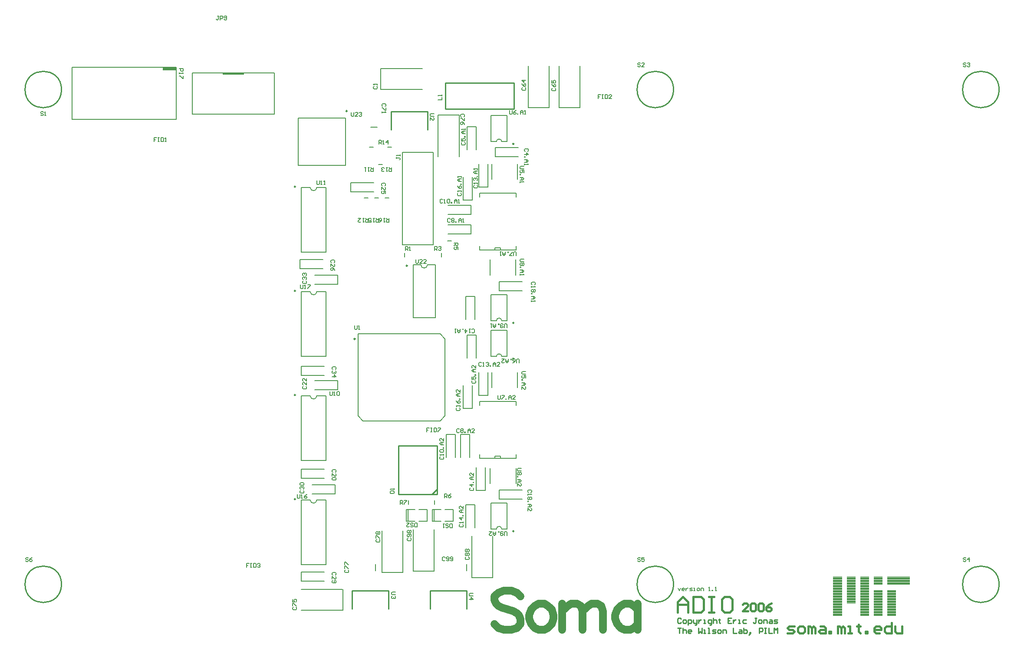
<source format=gto>
%FSLAX24Y24*%
%MOIN*%
G70*
G01*
G75*
G04 Layer_Color=65535*
%ADD10R,0.0787X0.0472*%
%ADD11R,0.1240X0.1360*%
%ADD12R,0.0945X0.1024*%
%ADD13R,0.1000X0.1400*%
%ADD14R,0.0300X0.0600*%
%ADD15R,0.0492X0.0165*%
%ADD16C,0.0177*%
%ADD17R,0.0433X0.0394*%
%ADD18R,0.0650X0.0118*%
%ADD19R,0.0472X0.0787*%
%ADD20R,0.0512X0.0630*%
%ADD21R,0.0630X0.0709*%
%ADD22R,0.0787X0.0551*%
%ADD23R,0.0748X0.0197*%
%ADD24R,0.0197X0.0748*%
%ADD25R,0.0709X0.0630*%
%ADD26R,0.0394X0.0433*%
%ADD27R,0.0945X0.0354*%
%ADD28R,0.0669X0.0177*%
%ADD29R,0.0669X0.0177*%
%ADD30R,0.0098X0.0256*%
%ADD31R,0.0472X0.0472*%
%ADD32R,0.1024X0.0945*%
%ADD33C,0.0400*%
%ADD34R,0.0500X0.1449*%
%ADD35R,0.0394X0.1083*%
%ADD36C,0.0080*%
%ADD37C,0.0100*%
%ADD38C,0.0200*%
%ADD39C,0.0060*%
%ADD40C,0.0120*%
%ADD41C,0.0150*%
%ADD42C,0.0110*%
%ADD43C,0.0160*%
%ADD44C,0.0700*%
%ADD45C,0.0669*%
%ADD46C,0.0591*%
%ADD47R,0.0591X0.0591*%
%ADD48C,0.1600*%
%ADD49C,0.0433*%
%ADD50C,0.0200*%
%ADD51R,0.0276X0.0354*%
%ADD52R,0.0354X0.0276*%
%ADD53C,0.0098*%
%ADD54C,0.0079*%
%ADD55C,0.0040*%
%ADD56C,0.0070*%
%ADD57C,0.0600*%
%ADD58C,0.0025*%
D36*
X60419Y62104D02*
X60850D01*
Y61400D02*
Y62100D01*
X60845Y61395D02*
X60850Y61400D01*
X63000Y57046D02*
X63431D01*
X63000Y57050D02*
Y57750D01*
X63005Y57755D01*
X65244Y71106D02*
Y74296D01*
X66850Y71109D02*
Y74300D01*
X65244Y71106D02*
X66850Y71100D01*
X67594Y71106D02*
Y74296D01*
X69200Y71109D02*
Y74300D01*
X67594Y71106D02*
X69200Y71100D01*
X58946Y45569D02*
Y46000D01*
X58950D02*
X59650D01*
X59655Y45995D01*
X63117Y60179D02*
Y60329D01*
X62667D02*
X63117D01*
X62667Y60179D02*
Y60329D01*
X61517Y60179D02*
X64317D01*
Y60479D01*
X61517Y60179D02*
Y60479D01*
X64317Y64229D02*
Y64529D01*
X61517Y64229D02*
Y64529D01*
X64317D01*
X63117Y44179D02*
Y44329D01*
X62667D02*
X63117D01*
X62667Y44179D02*
Y44329D01*
X61517Y44179D02*
X64317D01*
Y44479D01*
X61517Y44179D02*
Y44479D01*
X64317Y48229D02*
Y48529D01*
X61517Y48229D02*
Y48529D01*
X64317D01*
X56394Y35506D02*
X58000Y35500D01*
Y35509D02*
Y38700D01*
X56394Y35506D02*
Y38696D01*
X53994Y35406D02*
X55600Y35400D01*
Y35409D02*
Y38600D01*
X53994Y35406D02*
Y38596D01*
X58326Y70548D02*
X59932Y70542D01*
X58326Y67348D02*
Y70539D01*
X59932Y67352D02*
Y70542D01*
X61150Y56600D02*
X61155Y56595D01*
X60450Y56600D02*
X61150D01*
X60446Y56169D02*
Y56600D01*
X61445Y65005D02*
X61450Y65000D01*
X62150D01*
X62154D02*
Y65431D01*
X60845Y62895D02*
X60850Y62900D01*
Y63600D01*
X60419Y63604D02*
X60850D01*
X62700Y68050D02*
X62705Y68055D01*
X62700Y67350D02*
Y68050D01*
Y67346D02*
X63131D01*
X61250Y69649D02*
X61255Y69644D01*
X60550Y69649D02*
X61250D01*
X60546Y69218D02*
Y69649D01*
X63000Y41750D02*
X63005Y41755D01*
X63000Y41050D02*
Y41750D01*
Y41046D02*
X63431D01*
X60245Y48005D02*
X60250Y48000D01*
X60950D01*
X60954D02*
Y48431D01*
X61150Y40600D02*
X61155Y40595D01*
X60450Y40600D02*
X61150D01*
X60446Y40169D02*
Y40600D01*
X61445Y49005D02*
X61450Y49000D01*
X62150D01*
X62154D02*
Y49431D01*
X60750Y46000D02*
X60755Y45995D01*
X60050Y46000D02*
X60750D01*
X60046Y45569D02*
Y46000D01*
X61250Y53649D02*
X61255Y53644D01*
X60550Y53649D02*
X61250D01*
X60546Y53218D02*
Y53649D01*
X50595Y57545D02*
X50600Y57550D01*
Y58250D01*
X50169Y58254D02*
X50600D01*
X47800Y51250D02*
X47805Y51255D01*
X47800Y50550D02*
Y51250D01*
Y50546D02*
X48231D01*
X47800Y35450D02*
X47805Y35455D01*
X47800Y34750D02*
Y35450D01*
Y34746D02*
X48231D01*
X50395Y41445D02*
X50400Y41450D01*
Y42150D01*
X49969Y42154D02*
X50400D01*
X51600Y65350D02*
X51605Y65355D01*
X51600Y64650D02*
Y65350D01*
Y64646D02*
X52031D01*
X47700Y59450D02*
X47705Y59455D01*
X47700Y58750D02*
Y59450D01*
Y58746D02*
X48131D01*
X47800Y43350D02*
X47805Y43355D01*
X47800Y42650D02*
Y43350D01*
Y42646D02*
X48231D01*
X50595Y49445D02*
X50600Y49450D01*
Y50150D01*
X50169Y50154D02*
X50600D01*
X60894Y35006D02*
Y38196D01*
X62500Y35009D02*
Y38200D01*
X60894Y35006D02*
X62500Y35000D01*
X60245Y64005D02*
X60250Y64000D01*
X60950D01*
X60954D02*
Y64431D01*
X47804Y32494D02*
X50994D01*
X47800Y34100D02*
X50991D01*
X50994Y32494D02*
X51000Y34100D01*
X53900Y72500D02*
X53906Y74106D01*
X53909Y72500D02*
X57100D01*
X53906Y74106D02*
X57096D01*
X37200Y74100D02*
X37250Y74150D01*
X38200D01*
X37200Y74100D02*
X38200D01*
X37250Y74050D02*
X38200D01*
X37200Y74000D02*
X38200D01*
X37200D02*
Y74200D01*
X30200D02*
X38200D01*
X30200Y70200D02*
X38200D01*
Y74200D01*
X30200Y70200D02*
Y74200D01*
X39450Y73775D02*
X45750D01*
Y70625D02*
Y73775D01*
X39450Y70625D02*
X45750D01*
X39450D02*
Y73775D01*
X43289Y73676D02*
X43387Y73775D01*
Y73676D02*
Y73775D01*
X41813Y73676D02*
X43387D01*
X41813D02*
Y73775D01*
X41911Y73676D01*
X61245Y41705D02*
X61250Y41700D01*
X61950D01*
X61954D02*
Y42131D01*
D37*
X76400Y34500D02*
G03*
X76400Y34500I-1400J0D01*
G01*
Y72500D02*
G03*
X76400Y72500I-1400J0D01*
G01*
X29400Y34500D02*
G03*
X29400Y34500I-1400J0D01*
G01*
Y72500D02*
G03*
X29400Y72500I-1400J0D01*
G01*
X101400Y34500D02*
G03*
X101400Y34500I-1400J0D01*
G01*
Y72500D02*
G03*
X101400Y72500I-1400J0D01*
G01*
X58870Y72000D02*
Y73000D01*
X64130D01*
Y71000D02*
Y73000D01*
X58870Y71000D02*
X64130D01*
X58870D02*
Y72000D01*
X57502Y69400D02*
Y70800D01*
X54702Y69400D02*
Y70800D01*
X57502D01*
X60500Y32600D02*
Y34000D01*
X57700Y32600D02*
Y34000D01*
X60500D01*
X57850Y41413D02*
X58244Y41806D01*
X55291Y41413D02*
Y45153D01*
X58244D01*
Y41413D02*
Y45153D01*
X55291Y41413D02*
X58244D01*
X51700Y34000D02*
X54500D01*
X51700Y32600D02*
Y34000D01*
X54500Y32600D02*
Y34000D01*
X76700Y31150D02*
X76967D01*
X76833D01*
Y30750D01*
X77100Y31150D02*
Y30750D01*
Y30950D01*
X77167Y31017D01*
X77300D01*
X77366Y30950D01*
Y30750D01*
X77700D02*
X77566D01*
X77500Y30817D01*
Y30950D01*
X77566Y31017D01*
X77700D01*
X77766Y30950D01*
Y30883D01*
X77500D01*
X78299Y31150D02*
Y30750D01*
X78433Y30883D01*
X78566Y30750D01*
Y31150D01*
X78699Y30750D02*
X78833D01*
X78766D01*
Y31017D01*
X78699D01*
X79033Y30750D02*
X79166D01*
X79099D01*
Y31150D01*
X79033D01*
X79366Y30750D02*
X79566D01*
X79632Y30817D01*
X79566Y30883D01*
X79432D01*
X79366Y30950D01*
X79432Y31017D01*
X79632D01*
X79832Y30750D02*
X79966D01*
X80032Y30817D01*
Y30950D01*
X79966Y31017D01*
X79832D01*
X79766Y30950D01*
Y30817D01*
X79832Y30750D01*
X80166D02*
Y31017D01*
X80365D01*
X80432Y30950D01*
Y30750D01*
X80965Y31150D02*
Y30750D01*
X81232D01*
X81432Y31017D02*
X81565D01*
X81632Y30950D01*
Y30750D01*
X81432D01*
X81365Y30817D01*
X81432Y30883D01*
X81632D01*
X81765Y31150D02*
Y30750D01*
X81965D01*
X82032Y30817D01*
Y30883D01*
Y30950D01*
X81965Y31017D01*
X81765D01*
X82232Y30683D02*
X82298Y30750D01*
Y30817D01*
X82232D01*
Y30750D01*
X82298D01*
X82232Y30683D01*
X82165Y30617D01*
X82965Y30750D02*
Y31150D01*
X83165D01*
X83231Y31083D01*
Y30950D01*
X83165Y30883D01*
X82965D01*
X83365Y31150D02*
X83498D01*
X83431D01*
Y30750D01*
X83365D01*
X83498D01*
X83698Y31150D02*
Y30750D01*
X83964D01*
X84098D02*
Y31150D01*
X84231Y31017D01*
X84364Y31150D01*
Y30750D01*
X76967Y31833D02*
X76900Y31900D01*
X76767D01*
X76700Y31833D01*
Y31567D01*
X76767Y31500D01*
X76900D01*
X76967Y31567D01*
X77167Y31500D02*
X77300D01*
X77366Y31567D01*
Y31700D01*
X77300Y31767D01*
X77167D01*
X77100Y31700D01*
Y31567D01*
X77167Y31500D01*
X77500Y31367D02*
Y31767D01*
X77700D01*
X77766Y31700D01*
Y31567D01*
X77700Y31500D01*
X77500D01*
X77900Y31767D02*
Y31567D01*
X77966Y31500D01*
X78166D01*
Y31433D01*
X78100Y31367D01*
X78033D01*
X78166Y31500D02*
Y31767D01*
X78299D02*
Y31500D01*
Y31633D01*
X78366Y31700D01*
X78433Y31767D01*
X78499D01*
X78699Y31500D02*
X78833D01*
X78766D01*
Y31767D01*
X78699D01*
X79166Y31367D02*
X79233D01*
X79299Y31433D01*
Y31767D01*
X79099D01*
X79033Y31700D01*
Y31567D01*
X79099Y31500D01*
X79299D01*
X79432Y31900D02*
Y31500D01*
Y31700D01*
X79499Y31767D01*
X79632D01*
X79699Y31700D01*
Y31500D01*
X79899Y31833D02*
Y31767D01*
X79832D01*
X79966D01*
X79899D01*
Y31567D01*
X79966Y31500D01*
X80832Y31900D02*
X80565D01*
Y31500D01*
X80832D01*
X80565Y31700D02*
X80699D01*
X80965Y31767D02*
Y31500D01*
Y31633D01*
X81032Y31700D01*
X81099Y31767D01*
X81165D01*
X81365Y31500D02*
X81498D01*
X81432D01*
Y31767D01*
X81365D01*
X81965D02*
X81765D01*
X81698Y31700D01*
Y31567D01*
X81765Y31500D01*
X81965D01*
X82765Y31900D02*
X82631D01*
X82698D01*
Y31567D01*
X82631Y31500D01*
X82565D01*
X82498Y31567D01*
X82965Y31500D02*
X83098D01*
X83165Y31567D01*
Y31700D01*
X83098Y31767D01*
X82965D01*
X82898Y31700D01*
Y31567D01*
X82965Y31500D01*
X83298D02*
Y31767D01*
X83498D01*
X83564Y31700D01*
Y31500D01*
X83764Y31767D02*
X83898D01*
X83964Y31700D01*
Y31500D01*
X83764D01*
X83698Y31567D01*
X83764Y31633D01*
X83964D01*
X84098Y31500D02*
X84298D01*
X84364Y31567D01*
X84298Y31633D01*
X84164D01*
X84098Y31700D01*
X84164Y31767D01*
X84364D01*
D41*
X85150Y30750D02*
X85550D01*
X85683Y30883D01*
X85550Y31017D01*
X85283D01*
X85150Y31150D01*
X85283Y31283D01*
X85683D01*
X86083Y30750D02*
X86350D01*
X86483Y30883D01*
Y31150D01*
X86350Y31283D01*
X86083D01*
X85950Y31150D01*
Y30883D01*
X86083Y30750D01*
X86749D02*
Y31283D01*
X86883D01*
X87016Y31150D01*
Y30750D01*
Y31150D01*
X87149Y31283D01*
X87283Y31150D01*
Y30750D01*
X87683Y31283D02*
X87949D01*
X88082Y31150D01*
Y30750D01*
X87683D01*
X87549Y30883D01*
X87683Y31017D01*
X88082D01*
X88349Y30750D02*
Y30883D01*
X88482D01*
Y30750D01*
X88349D01*
X89015D02*
Y31283D01*
X89149D01*
X89282Y31150D01*
Y30750D01*
Y31150D01*
X89415Y31283D01*
X89549Y31150D01*
Y30750D01*
X89815D02*
X90082D01*
X89948D01*
Y31283D01*
X89815D01*
X90615Y31416D02*
Y31283D01*
X90482D01*
X90748D01*
X90615D01*
Y30883D01*
X90748Y30750D01*
X91148D02*
Y30883D01*
X91281D01*
Y30750D01*
X91148D01*
X92214D02*
X91948D01*
X91815Y30883D01*
Y31150D01*
X91948Y31283D01*
X92214D01*
X92348Y31150D01*
Y31017D01*
X91815D01*
X93147Y31550D02*
Y30750D01*
X92748D01*
X92614Y30883D01*
Y31150D01*
X92748Y31283D01*
X93147D01*
X93414D02*
Y30883D01*
X93547Y30750D01*
X93947D01*
Y31283D01*
X82100Y32450D02*
X81700D01*
X82100Y32850D01*
Y32950D01*
X82000Y33050D01*
X81800D01*
X81700Y32950D01*
X82300D02*
X82400Y33050D01*
X82600D01*
X82700Y32950D01*
Y32550D01*
X82600Y32450D01*
X82400D01*
X82300Y32550D01*
Y32950D01*
X82900D02*
X83000Y33050D01*
X83200D01*
X83299Y32950D01*
Y32550D01*
X83200Y32450D01*
X83000D01*
X82900Y32550D01*
Y32950D01*
X83899Y33050D02*
X83699Y32950D01*
X83499Y32750D01*
Y32550D01*
X83599Y32450D01*
X83799D01*
X83899Y32550D01*
Y32650D01*
X83799Y32750D01*
X83499D01*
D43*
X76700Y32350D02*
Y33150D01*
X77100Y33550D01*
X77500Y33150D01*
Y32350D01*
Y32950D01*
X76700D01*
X77900Y33550D02*
Y32350D01*
X78499D01*
X78699Y32550D01*
Y33350D01*
X78499Y33550D01*
X77900D01*
X79099D02*
X79499D01*
X79299D01*
Y32350D01*
X79099D01*
X79499D01*
X80699Y33550D02*
X80299D01*
X80099Y33350D01*
Y32550D01*
X80299Y32350D01*
X80699D01*
X80899Y32550D01*
Y33350D01*
X80699Y33550D01*
D53*
X64142Y51829D02*
G03*
X64142Y51829I-49J0D01*
G01*
X47372Y41039D02*
G03*
X47372Y41039I-49J0D01*
G01*
Y57039D02*
G03*
X47372Y57039I-49J0D01*
G01*
Y49039D02*
G03*
X47372Y49039I-49J0D01*
G01*
Y65039D02*
G03*
X47372Y65039I-49J0D01*
G01*
X51339Y70843D02*
G03*
X51339Y70843I-49J0D01*
G01*
X51959Y53346D02*
G03*
X51959Y53346I-49J0D01*
G01*
X64142Y54579D02*
G03*
X64142Y54579I-49J0D01*
G01*
Y38579D02*
G03*
X64142Y38579I-49J0D01*
G01*
X55961Y58969D02*
G03*
X55961Y58969I-49J0D01*
G01*
X64142Y68329D02*
G03*
X64142Y68329I-49J0D01*
G01*
D54*
X63203Y51996D02*
G03*
X62797Y51996I-203J0D01*
G01*
X48500Y40980D02*
G03*
X49000Y40980I250J0D01*
G01*
X48500Y56980D02*
G03*
X49000Y56980I250J0D01*
G01*
X48500Y48980D02*
G03*
X49000Y48980I250J0D01*
G01*
X48500Y64980D02*
G03*
X49000Y64980I250J0D01*
G01*
X63203Y54746D02*
G03*
X62797Y54746I-203J0D01*
G01*
X63203Y38746D02*
G03*
X62797Y38746I-203J0D01*
G01*
X57000Y59037D02*
G03*
X57500Y59037I250J0D01*
G01*
X63203Y68496D02*
G03*
X62797Y68496I-203J0D01*
G01*
X59081Y62104D02*
X60419D01*
X59081Y61395D02*
X60845D01*
X63431Y57046D02*
X64769D01*
X63005Y57755D02*
X64769D01*
X56031Y40643D02*
Y40957D01*
X63203Y51996D02*
X63610D01*
X62390D02*
X62797D01*
X62390Y54004D02*
X63610D01*
Y51996D02*
Y54004D01*
X62390Y51996D02*
Y54004D01*
X58946Y44231D02*
Y45569D01*
X59655Y44231D02*
Y45995D01*
X47805Y40980D02*
X48500D01*
X49000D02*
X49695D01*
X47805Y36020D02*
X49695D01*
X47805D02*
Y40980D01*
X49695Y36020D02*
Y40980D01*
Y52020D02*
Y56980D01*
X47805Y52020D02*
Y56980D01*
Y52020D02*
X49695D01*
X49000Y56980D02*
X49695D01*
X47805D02*
X48500D01*
X49695Y44020D02*
Y48980D01*
X47805Y44020D02*
Y48980D01*
Y44020D02*
X49695D01*
X49000Y48980D02*
X49695D01*
X47805D02*
X48500D01*
X49695Y60020D02*
Y64980D01*
X47805Y60020D02*
Y64980D01*
Y60020D02*
X49695D01*
X49000Y64980D02*
X49695D01*
X47805D02*
X48500D01*
X57999Y39347D02*
Y40253D01*
X58857Y39347D02*
X59487D01*
X58857Y40253D02*
X59487D01*
Y39347D02*
Y40253D01*
X57861Y39347D02*
Y40253D01*
Y39347D02*
X58543D01*
X57861Y40253D02*
X58543D01*
X55999Y39347D02*
Y40253D01*
X56857Y39347D02*
X57487D01*
X56857Y40253D02*
X57487D01*
Y39347D02*
Y40253D01*
X55861Y39347D02*
Y40253D01*
Y39347D02*
X56543D01*
X55861Y40253D02*
X56543D01*
X58031Y40643D02*
Y40957D01*
X60498Y35544D02*
Y36056D01*
X53498Y35544D02*
Y36056D01*
X47589Y66689D02*
X51211D01*
X47589Y70311D02*
X51211D01*
Y66689D02*
Y70311D01*
X47589Y66689D02*
Y70311D01*
X53144Y69602D02*
X53656D01*
X58465Y53740D02*
X58858Y53346D01*
X58465Y47047D02*
X58858Y47441D01*
X52165D02*
X52559Y47047D01*
X52165Y53740D02*
X58465D01*
X58858Y47441D02*
Y53346D01*
X52559Y47047D02*
X58465D01*
X52165Y47441D02*
Y53740D01*
X59043Y60869D02*
X59357D01*
X58569Y59643D02*
Y59957D01*
X55731Y59643D02*
Y59957D01*
X61155Y54831D02*
Y56595D01*
X60446Y54831D02*
Y56169D01*
X61445Y65005D02*
Y66769D01*
X62154Y65431D02*
Y66769D01*
X59081Y62895D02*
X60845D01*
X59081Y63604D02*
X60419D01*
X62705Y68055D02*
X64469D01*
X63131Y67346D02*
X64469D01*
X61255Y67880D02*
Y69644D01*
X60546Y67880D02*
Y69218D01*
X63005Y41755D02*
X64769D01*
X63431Y41046D02*
X64769D01*
X60245Y48005D02*
Y49769D01*
X60954Y48431D02*
Y49769D01*
X61155Y38831D02*
Y40595D01*
X60446Y38831D02*
Y40169D01*
X61445Y49005D02*
Y50769D01*
X62154Y49431D02*
Y50769D01*
X60755Y44231D02*
Y45995D01*
X60046Y44231D02*
Y45569D01*
X61255Y51880D02*
Y53644D01*
X60546Y51880D02*
Y53218D01*
X63203Y54746D02*
X63610D01*
X62390D02*
X62797D01*
X62390Y56754D02*
X63610D01*
Y54746D02*
Y56754D01*
X62390Y54746D02*
Y56754D01*
X63203Y38746D02*
X63610D01*
X62390D02*
X62797D01*
X62390Y40754D02*
X63610D01*
Y38746D02*
Y40754D01*
X62390Y38746D02*
Y40754D01*
X58096Y54963D02*
Y59037D01*
X56404Y54963D02*
Y59037D01*
Y54963D02*
X58096D01*
X57500Y59037D02*
X58096D01*
X56404D02*
X57000D01*
X48831Y57545D02*
X50595D01*
X48831Y58254D02*
X50169D01*
X47805Y51255D02*
X49569D01*
X48231Y50546D02*
X49569D01*
X47805Y35455D02*
X49569D01*
X48231Y34746D02*
X49569D01*
X48631Y41445D02*
X50395D01*
X48631Y42154D02*
X49969D01*
X51605Y65355D02*
X53369D01*
X52031Y64646D02*
X53369D01*
X47705Y59455D02*
X49469D01*
X48131Y58746D02*
X49469D01*
X47805Y43355D02*
X49569D01*
X48231Y42646D02*
X49569D01*
X48831Y49445D02*
X50595D01*
X48831Y50154D02*
X50169D01*
X63203Y68496D02*
X63610D01*
X62390D02*
X62797D01*
X62390Y70504D02*
X63610D01*
Y68496D02*
Y70504D01*
X62390Y68496D02*
Y70504D01*
X60245Y64005D02*
Y65769D01*
X60954Y64431D02*
Y65769D01*
X61245Y41705D02*
Y43469D01*
X61954Y42131D02*
Y43469D01*
X53043Y68069D02*
X53357D01*
X52643Y64169D02*
X52957D01*
X54443Y68069D02*
X54757D01*
X53743Y66731D02*
X54057D01*
X53443Y64169D02*
X53757D01*
X54243D02*
X54557D01*
D55*
X88657Y35096D02*
X89297D01*
X89697D02*
X90337D01*
X90737D02*
X91377D01*
X91777D02*
X92417D01*
X92817D02*
X94497D01*
X88657Y35056D02*
X89297D01*
X89697D02*
X90337D01*
X90737D02*
X91377D01*
X91777D02*
X92417D01*
X92817D02*
X94497D01*
X88657Y35016D02*
X89297D01*
X89697D02*
X90337D01*
X90737D02*
X91377D01*
X91777D02*
X92417D01*
X92817D02*
X94497D01*
X88657Y34976D02*
X89297D01*
X89697D02*
X90337D01*
X90737D02*
X91377D01*
X91777D02*
X92417D01*
X92817D02*
X94497D01*
X88657Y34936D02*
X89297D01*
X89697D02*
X90337D01*
X90737D02*
X91377D01*
X91777D02*
X92417D01*
X92817D02*
X94497D01*
X88657Y34896D02*
X89297D01*
X89697D02*
X90337D01*
X90737D02*
X91377D01*
X91777D02*
X92417D01*
X92817D02*
X94497D01*
X88657Y34856D02*
X89297D01*
X89697D02*
X90337D01*
X90737D02*
X91377D01*
X91777D02*
X92417D01*
X92817D02*
X94497D01*
X88657Y34816D02*
X89297D01*
X89697D02*
X90337D01*
X90737D02*
X91377D01*
X91777D02*
X92417D01*
X92817D02*
X94497D01*
X88657Y34776D02*
X89297D01*
X89697D02*
X90337D01*
X90737D02*
X91377D01*
X91777D02*
X92417D01*
X92817D02*
X94497D01*
X88657Y34736D02*
X89297D01*
X89697D02*
X90337D01*
X90737D02*
X91377D01*
X91777D02*
X92417D01*
X92817D02*
X94497D01*
X88657Y34696D02*
X89297D01*
X89697D02*
X90337D01*
X90737D02*
X91377D01*
X91777D02*
X92417D01*
X92817D02*
X94497D01*
X88657Y34656D02*
X89297D01*
X89697D02*
X90337D01*
X90737D02*
X91377D01*
X91777D02*
X92417D01*
X92817D02*
X94497D01*
X88657Y34616D02*
X89297D01*
X89697D02*
X90337D01*
X90737D02*
X91377D01*
X91777D02*
X92417D01*
X92817D02*
X94497D01*
X88657Y34576D02*
X89297D01*
X89697D02*
X90337D01*
X90737D02*
X91377D01*
X91777D02*
X92417D01*
X92817D02*
X94497D01*
X88657Y34536D02*
X89297D01*
X89697D02*
X90337D01*
X90737D02*
X91377D01*
X91777D02*
X92417D01*
X92817D02*
X94497D01*
X88657Y34496D02*
X89297D01*
X89697D02*
X90337D01*
X90737D02*
X91377D01*
X91777D02*
X92417D01*
X92817D02*
X94497D01*
X88657Y34456D02*
X89297D01*
X89697D02*
X90337D01*
X90737D02*
X91377D01*
X88657Y34416D02*
X89297D01*
X89697D02*
X90337D01*
X90737D02*
X91377D01*
X88657Y34376D02*
X89297D01*
X89697D02*
X90337D01*
X90737D02*
X91377D01*
X88657Y34336D02*
X89297D01*
X89697D02*
X90337D01*
X90737D02*
X91377D01*
X88657Y34296D02*
X89297D01*
X89697D02*
X90337D01*
X90737D02*
X91377D01*
X88657Y34256D02*
X89297D01*
X89697D02*
X90337D01*
X90737D02*
X91377D01*
X88657Y34216D02*
X89297D01*
X89697D02*
X90337D01*
X90737D02*
X91377D01*
X88657Y34176D02*
X89297D01*
X89697D02*
X90337D01*
X90737D02*
X91377D01*
X88657Y34136D02*
X89297D01*
X89697D02*
X90337D01*
X90737D02*
X91377D01*
X88657Y34096D02*
X89297D01*
X89697D02*
X90337D01*
X90737D02*
X91377D01*
X88657Y34056D02*
X89297D01*
X89697D02*
X90337D01*
X90737D02*
X91377D01*
X91777D02*
X92417D01*
X92817D02*
X93457D01*
X88657Y34016D02*
X89297D01*
X89697D02*
X90337D01*
X90737D02*
X91377D01*
X91777D02*
X92417D01*
X92817D02*
X93457D01*
X88657Y33976D02*
X89297D01*
X89697D02*
X90337D01*
X90737D02*
X91377D01*
X91777D02*
X92417D01*
X92817D02*
X93457D01*
X88657Y33936D02*
X89297D01*
X89697D02*
X90337D01*
X90737D02*
X91377D01*
X91777D02*
X92417D01*
X92817D02*
X93457D01*
X88657Y33896D02*
X89297D01*
X89697D02*
X90337D01*
X90737D02*
X91377D01*
X91777D02*
X92417D01*
X92817D02*
X93457D01*
X88657Y33856D02*
X89297D01*
X89697D02*
X90337D01*
X90737D02*
X91377D01*
X91777D02*
X92417D01*
X92817D02*
X93457D01*
X88657Y33816D02*
X89297D01*
X89697D02*
X90337D01*
X90737D02*
X91377D01*
X91777D02*
X92417D01*
X92817D02*
X93457D01*
X88657Y33776D02*
X89297D01*
X89697D02*
X90337D01*
X90737D02*
X91377D01*
X91777D02*
X92417D01*
X92817D02*
X93457D01*
X88657Y33736D02*
X89297D01*
X89697D02*
X90337D01*
X90737D02*
X91377D01*
X91777D02*
X92417D01*
X92817D02*
X93457D01*
X88657Y33696D02*
X89297D01*
X89697D02*
X90337D01*
X90737D02*
X91377D01*
X91777D02*
X92417D01*
X92817D02*
X93457D01*
X88657Y33656D02*
X89297D01*
X89697D02*
X90337D01*
X90737D02*
X91377D01*
X91777D02*
X92417D01*
X92817D02*
X93457D01*
X88657Y33616D02*
X89297D01*
X89697D02*
X90337D01*
X90737D02*
X91377D01*
X91777D02*
X92417D01*
X92817D02*
X93457D01*
X88657Y33576D02*
X89297D01*
X89697D02*
X90337D01*
X90737D02*
X91377D01*
X91777D02*
X92417D01*
X92817D02*
X93457D01*
X88657Y33536D02*
X89297D01*
X89697D02*
X90337D01*
X90737D02*
X91377D01*
X91777D02*
X92417D01*
X92817D02*
X93457D01*
X88657Y33496D02*
X89297D01*
X89697D02*
X90337D01*
X90737D02*
X91377D01*
X91777D02*
X92417D01*
X92817D02*
X93457D01*
X88657Y33456D02*
X89297D01*
X89697D02*
X90337D01*
X90737D02*
X91377D01*
X91777D02*
X92417D01*
X92817D02*
X93457D01*
X88657Y33416D02*
X89297D01*
X89697D02*
X90337D01*
X90737D02*
X91377D01*
X91777D02*
X92417D01*
X92817D02*
X93457D01*
X88657Y33376D02*
X89297D01*
X89697D02*
X90337D01*
X90737D02*
X91377D01*
X91777D02*
X92417D01*
X92817D02*
X93457D01*
X88657Y33336D02*
X89297D01*
X89697D02*
X90337D01*
X90737D02*
X91377D01*
X91777D02*
X92417D01*
X92817D02*
X93457D01*
X88657Y33296D02*
X89297D01*
X89697D02*
X90337D01*
X90737D02*
X91377D01*
X91777D02*
X92417D01*
X92817D02*
X93457D01*
X88657Y33256D02*
X89297D01*
X89697D02*
X90337D01*
X90737D02*
X91377D01*
X91777D02*
X92417D01*
X92817D02*
X93457D01*
X88657Y33216D02*
X89297D01*
X89697D02*
X90337D01*
X90737D02*
X91377D01*
X91777D02*
X92417D01*
X92817D02*
X93457D01*
X88657Y33176D02*
X89297D01*
X89697D02*
X90337D01*
X90737D02*
X91377D01*
X91777D02*
X92417D01*
X92817D02*
X93457D01*
X88657Y33136D02*
X89297D01*
X89697D02*
X90337D01*
X90737D02*
X91377D01*
X91777D02*
X92417D01*
X92817D02*
X93457D01*
X88657Y33096D02*
X89297D01*
X89697D02*
X90337D01*
X90737D02*
X91377D01*
X91777D02*
X92417D01*
X92817D02*
X93457D01*
X88657Y33056D02*
X89297D01*
X89697D02*
X90337D01*
X90737D02*
X91377D01*
X91777D02*
X92417D01*
X92817D02*
X93457D01*
X88657Y33016D02*
X89297D01*
X90737D02*
X91377D01*
X91777D02*
X92417D01*
X92817D02*
X93457D01*
X88657Y32976D02*
X89297D01*
X90737D02*
X91377D01*
X91777D02*
X92417D01*
X92817D02*
X93457D01*
X88657Y32936D02*
X89297D01*
X90737D02*
X91377D01*
X91777D02*
X92417D01*
X92817D02*
X93457D01*
X88657Y32896D02*
X89297D01*
X90737D02*
X91377D01*
X91777D02*
X92417D01*
X92817D02*
X93457D01*
X88657Y32856D02*
X89297D01*
X90737D02*
X91377D01*
X91777D02*
X92417D01*
X92817D02*
X93457D01*
X88657Y32816D02*
X89297D01*
X90737D02*
X91377D01*
X91777D02*
X92417D01*
X92817D02*
X93457D01*
X88657Y32776D02*
X89297D01*
X90737D02*
X91377D01*
X91777D02*
X92417D01*
X92817D02*
X93457D01*
X88657Y32736D02*
X89297D01*
X90737D02*
X91377D01*
X91777D02*
X92417D01*
X92817D02*
X93457D01*
X88657Y32696D02*
X89297D01*
X90737D02*
X91377D01*
X91777D02*
X92417D01*
X92817D02*
X93457D01*
X88657Y32656D02*
X89297D01*
X90737D02*
X91377D01*
X91777D02*
X92417D01*
X92817D02*
X93457D01*
X88657Y32616D02*
X89297D01*
X90737D02*
X91377D01*
X91777D02*
X92417D01*
X92817D02*
X93457D01*
X88657Y32576D02*
X89297D01*
X90737D02*
X91377D01*
X91777D02*
X92417D01*
X92817D02*
X93457D01*
X88657Y32536D02*
X89297D01*
X90737D02*
X91377D01*
X91777D02*
X92417D01*
X92817D02*
X93457D01*
X88657Y32496D02*
X89297D01*
X90737D02*
X91377D01*
X91777D02*
X92417D01*
X92817D02*
X93457D01*
X88657Y32456D02*
X89297D01*
X90737D02*
X91377D01*
X91777D02*
X92417D01*
X92817D02*
X93457D01*
X88657Y32416D02*
X89297D01*
X90737D02*
X91377D01*
X91777D02*
X92417D01*
X92817D02*
X93457D01*
X88657Y32376D02*
X89297D01*
X90737D02*
X91377D01*
X91777D02*
X92417D01*
X92817D02*
X93457D01*
X88657Y32336D02*
X89297D01*
X90737D02*
X91377D01*
X91777D02*
X92417D01*
X92817D02*
X93457D01*
X88657Y32296D02*
X89297D01*
X90737D02*
X91377D01*
X91777D02*
X92417D01*
X92817D02*
X93457D01*
X88657Y32256D02*
X89297D01*
X90737D02*
X91377D01*
X91777D02*
X92417D01*
X92817D02*
X93457D01*
X88657Y32216D02*
X89297D01*
X90737D02*
X91377D01*
X91777D02*
X92417D01*
X92817D02*
X93457D01*
X88657Y32176D02*
X89297D01*
X90737D02*
X91377D01*
X91777D02*
X92417D01*
X92817D02*
X93457D01*
X88657Y32136D02*
X89297D01*
X90737D02*
X91377D01*
X91777D02*
X92417D01*
X92817D02*
X93457D01*
X88657Y32096D02*
X89297D01*
X90737D02*
X91377D01*
X91777D02*
X92417D01*
X92817D02*
X93457D01*
D56*
X55569Y60585D02*
Y67671D01*
Y60585D02*
Y67671D01*
X57931D01*
X55569Y60585D02*
X57931D01*
Y67671D01*
X62447Y49609D02*
Y50791D01*
X64416Y49609D02*
Y50791D01*
X62447Y65609D02*
Y66791D01*
X64416Y65609D02*
Y66791D01*
X62316Y58259D02*
Y59441D01*
X64284Y58259D02*
Y59441D01*
X62326Y42229D02*
Y43411D01*
X64294Y42229D02*
Y43411D01*
X58300Y71700D02*
X58600D01*
Y71900D01*
Y72000D02*
Y72100D01*
Y72050D01*
X58300D01*
X58350Y72000D01*
X64800Y72650D02*
X64750Y72600D01*
Y72500D01*
X64800Y72450D01*
X65000D01*
X65050Y72500D01*
Y72600D01*
X65000Y72650D01*
X64750Y72950D02*
X64800Y72850D01*
X64900Y72750D01*
X65000D01*
X65050Y72800D01*
Y72900D01*
X65000Y72950D01*
X64950D01*
X64900Y72900D01*
Y72750D01*
X65050Y73200D02*
X64750D01*
X64900Y73050D01*
Y73250D01*
X67100Y72600D02*
X67050Y72550D01*
Y72450D01*
X67100Y72400D01*
X67300D01*
X67350Y72450D01*
Y72550D01*
X67300Y72600D01*
X67050Y72900D02*
X67100Y72800D01*
X67200Y72700D01*
X67300D01*
X67350Y72750D01*
Y72850D01*
X67300Y72900D01*
X67250D01*
X67200Y72850D01*
Y72700D01*
X67050Y73200D02*
Y73000D01*
X67200D01*
X67150Y73100D01*
Y73150D01*
X67200Y73200D01*
X67300D01*
X67350Y73150D01*
Y73050D01*
X67300Y73000D01*
X55050Y33900D02*
X54800D01*
X54750Y33850D01*
Y33750D01*
X54800Y33700D01*
X55050D01*
X55000Y33600D02*
X55050Y33550D01*
Y33450D01*
X55000Y33400D01*
X54950D01*
X54900Y33450D01*
Y33500D01*
Y33450D01*
X54850Y33400D01*
X54800D01*
X54750Y33450D01*
Y33550D01*
X54800Y33600D01*
X61000Y33800D02*
X60750D01*
X60700Y33750D01*
Y33650D01*
X60750Y33600D01*
X61000D01*
X60700Y33350D02*
X61000D01*
X60850Y33500D01*
Y33300D01*
X58000Y70650D02*
X57750D01*
X57700Y70600D01*
Y70500D01*
X57750Y70450D01*
X58000D01*
X57700Y70150D02*
Y70350D01*
X57900Y70150D01*
X57950D01*
X58000Y70200D01*
Y70300D01*
X57950Y70350D01*
X53400Y72750D02*
X53350Y72700D01*
Y72600D01*
X53400Y72550D01*
X53600D01*
X53650Y72600D01*
Y72700D01*
X53600Y72750D01*
X53650Y72850D02*
Y72950D01*
Y72900D01*
X53350D01*
X53400Y72850D01*
X65200Y67750D02*
X65250Y67800D01*
Y67900D01*
X65200Y67950D01*
X65000D01*
X64950Y67900D01*
Y67800D01*
X65000Y67750D01*
X64950Y67500D02*
X65250D01*
X65100Y67650D01*
Y67450D01*
X64950Y67350D02*
X65000D01*
Y67300D01*
X64950D01*
Y67350D01*
Y67100D02*
X65150D01*
X65250Y67000D01*
X65150Y66900D01*
X64950D01*
X65100D01*
Y67100D01*
X64950Y66800D02*
Y66700D01*
Y66750D01*
X65250D01*
X65200Y66800D01*
X60150Y68450D02*
X60100Y68400D01*
Y68300D01*
X60150Y68250D01*
X60350D01*
X60400Y68300D01*
Y68400D01*
X60350Y68450D01*
X60100Y68750D02*
Y68550D01*
X60250D01*
X60200Y68650D01*
Y68700D01*
X60250Y68750D01*
X60350D01*
X60400Y68700D01*
Y68600D01*
X60350Y68550D01*
X60400Y68850D02*
X60350D01*
Y68900D01*
X60400D01*
Y68850D01*
Y69100D02*
X60200D01*
X60100Y69200D01*
X60200Y69300D01*
X60400D01*
X60250D01*
Y69100D01*
X60400Y69400D02*
Y69500D01*
Y69450D01*
X60100D01*
X60150Y69400D01*
X60950Y50150D02*
X60900Y50100D01*
Y50000D01*
X60950Y49950D01*
X61150D01*
X61200Y50000D01*
Y50100D01*
X61150Y50150D01*
X60900Y50450D02*
Y50250D01*
X61050D01*
X61000Y50350D01*
Y50400D01*
X61050Y50450D01*
X61150D01*
X61200Y50400D01*
Y50300D01*
X61150Y50250D01*
X61200Y50550D02*
X61150D01*
Y50600D01*
X61200D01*
Y50550D01*
Y50800D02*
X61000D01*
X60900Y50900D01*
X61000Y51000D01*
X61200D01*
X61050D01*
Y50800D01*
X61200Y51300D02*
Y51100D01*
X61000Y51300D01*
X60950D01*
X60900Y51250D01*
Y51150D01*
X60950Y51100D01*
X59255Y62553D02*
X59205Y62603D01*
X59105D01*
X59055Y62553D01*
Y62353D01*
X59105Y62303D01*
X59205D01*
X59255Y62353D01*
X59355Y62553D02*
X59405Y62603D01*
X59505D01*
X59555Y62553D01*
Y62503D01*
X59505Y62453D01*
X59555Y62403D01*
Y62353D01*
X59505Y62303D01*
X59405D01*
X59355Y62353D01*
Y62403D01*
X59405Y62453D01*
X59355Y62503D01*
Y62553D01*
X59405Y62453D02*
X59505D01*
X59655Y62303D02*
Y62353D01*
X59705D01*
Y62303D01*
X59655D01*
X59905D02*
Y62503D01*
X60005Y62603D01*
X60105Y62503D01*
Y62303D01*
Y62453D01*
X59905D01*
X60205Y62303D02*
X60305D01*
X60255D01*
Y62603D01*
X60205Y62553D01*
X59950Y46400D02*
X59900Y46450D01*
X59800D01*
X59750Y46400D01*
Y46200D01*
X59800Y46150D01*
X59900D01*
X59950Y46200D01*
X60050Y46400D02*
X60100Y46450D01*
X60200D01*
X60250Y46400D01*
Y46350D01*
X60200Y46300D01*
X60250Y46250D01*
Y46200D01*
X60200Y46150D01*
X60100D01*
X60050Y46200D01*
Y46250D01*
X60100Y46300D01*
X60050Y46350D01*
Y46400D01*
X60100Y46300D02*
X60200D01*
X60350Y46150D02*
Y46200D01*
X60400D01*
Y46150D01*
X60350D01*
X60600D02*
Y46350D01*
X60700Y46450D01*
X60800Y46350D01*
Y46150D01*
Y46300D01*
X60600D01*
X61100Y46150D02*
X60900D01*
X61100Y46350D01*
Y46400D01*
X61050Y46450D01*
X60950D01*
X60900Y46400D01*
X58664Y64029D02*
X58615Y64079D01*
X58515D01*
X58465Y64029D01*
Y63830D01*
X58515Y63780D01*
X58615D01*
X58664Y63830D01*
X58764Y63780D02*
X58864D01*
X58814D01*
Y64079D01*
X58764Y64029D01*
X59014D02*
X59064Y64079D01*
X59164D01*
X59214Y64029D01*
Y63830D01*
X59164Y63780D01*
X59064D01*
X59014Y63830D01*
Y64029D01*
X59314Y63780D02*
Y63830D01*
X59364D01*
Y63780D01*
X59314D01*
X59564D02*
Y63979D01*
X59664Y64079D01*
X59764Y63979D01*
Y63780D01*
Y63929D01*
X59564D01*
X59864Y63780D02*
X59964D01*
X59914D01*
Y64079D01*
X59864Y64029D01*
X58500Y44300D02*
X58450Y44250D01*
Y44150D01*
X58500Y44100D01*
X58700D01*
X58750Y44150D01*
Y44250D01*
X58700Y44300D01*
X58750Y44400D02*
Y44500D01*
Y44450D01*
X58450D01*
X58500Y44400D01*
Y44650D02*
X58450Y44700D01*
Y44800D01*
X58500Y44850D01*
X58700D01*
X58750Y44800D01*
Y44700D01*
X58700Y44650D01*
X58500D01*
X58750Y44950D02*
X58700D01*
Y45000D01*
X58750D01*
Y44950D01*
Y45200D02*
X58550D01*
X58450Y45300D01*
X58550Y45400D01*
X58750D01*
X58600D01*
Y45200D01*
X58750Y45699D02*
Y45500D01*
X58550Y45699D01*
X58500D01*
X58450Y45649D01*
Y45550D01*
X58500Y45500D01*
X61100Y65150D02*
X61050Y65100D01*
Y65000D01*
X61100Y64950D01*
X61300D01*
X61350Y65000D01*
Y65100D01*
X61300Y65150D01*
X61350Y65250D02*
Y65350D01*
Y65300D01*
X61050D01*
X61100Y65250D01*
Y65500D02*
X61050Y65550D01*
Y65650D01*
X61100Y65700D01*
X61150D01*
X61200Y65650D01*
Y65600D01*
Y65650D01*
X61250Y65700D01*
X61300D01*
X61350Y65650D01*
Y65550D01*
X61300Y65500D01*
X61350Y65800D02*
X61300D01*
Y65850D01*
X61350D01*
Y65800D01*
Y66050D02*
X61150D01*
X61050Y66150D01*
X61150Y66250D01*
X61350D01*
X61200D01*
Y66050D01*
X61350Y66350D02*
Y66450D01*
Y66400D01*
X61050D01*
X61100Y66350D01*
X61650Y51500D02*
X61600Y51550D01*
X61500D01*
X61450Y51500D01*
Y51300D01*
X61500Y51250D01*
X61600D01*
X61650Y51300D01*
X61750Y51250D02*
X61850D01*
X61800D01*
Y51550D01*
X61750Y51500D01*
X62000D02*
X62050Y51550D01*
X62150D01*
X62200Y51500D01*
Y51450D01*
X62150Y51400D01*
X62100D01*
X62150D01*
X62200Y51350D01*
Y51300D01*
X62150Y51250D01*
X62050D01*
X62000Y51300D01*
X62300Y51250D02*
Y51300D01*
X62350D01*
Y51250D01*
X62300D01*
X62550D02*
Y51450D01*
X62650Y51550D01*
X62750Y51450D01*
Y51250D01*
Y51400D01*
X62550D01*
X63049Y51250D02*
X62850D01*
X63049Y51450D01*
Y51500D01*
X63000Y51550D01*
X62900D01*
X62850Y51500D01*
X60895Y53865D02*
X60945Y53815D01*
X61045D01*
X61095Y53865D01*
Y54065D01*
X61045Y54115D01*
X60945D01*
X60895Y54065D01*
X60795Y54115D02*
X60695D01*
X60745D01*
Y53815D01*
X60795Y53865D01*
X60395Y54115D02*
Y53815D01*
X60545Y53965D01*
X60345D01*
X60245Y54115D02*
Y54065D01*
X60195D01*
Y54115D01*
X60245D01*
X59995D02*
Y53915D01*
X59895Y53815D01*
X59795Y53915D01*
Y54115D01*
Y53965D01*
X59995D01*
X59695Y54115D02*
X59595D01*
X59645D01*
Y53815D01*
X59695Y53865D01*
X60000Y39100D02*
X59950Y39050D01*
Y38950D01*
X60000Y38900D01*
X60200D01*
X60250Y38950D01*
Y39050D01*
X60200Y39100D01*
X60250Y39200D02*
Y39300D01*
Y39250D01*
X59950D01*
X60000Y39200D01*
X60250Y39600D02*
X59950D01*
X60100Y39450D01*
Y39650D01*
X60250Y39750D02*
X60200D01*
Y39800D01*
X60250D01*
Y39750D01*
Y40000D02*
X60050D01*
X59950Y40100D01*
X60050Y40200D01*
X60250D01*
X60100D01*
Y40000D01*
X60250Y40499D02*
Y40300D01*
X60050Y40499D01*
X60000D01*
X59950Y40450D01*
Y40350D01*
X60000Y40300D01*
X59850Y64550D02*
X59800Y64500D01*
Y64400D01*
X59850Y64350D01*
X60050D01*
X60100Y64400D01*
Y64500D01*
X60050Y64550D01*
X60100Y64650D02*
Y64750D01*
Y64700D01*
X59800D01*
X59850Y64650D01*
X59800Y65100D02*
X59850Y65000D01*
X59950Y64900D01*
X60050D01*
X60100Y64950D01*
Y65050D01*
X60050Y65100D01*
X60000D01*
X59950Y65050D01*
Y64900D01*
X60100Y65200D02*
X60050D01*
Y65250D01*
X60100D01*
Y65200D01*
Y65450D02*
X59900D01*
X59800Y65550D01*
X59900Y65650D01*
X60100D01*
X59950D01*
Y65450D01*
X60100Y65750D02*
Y65850D01*
Y65800D01*
X59800D01*
X59850Y65750D01*
X59750Y48050D02*
X59700Y48000D01*
Y47900D01*
X59750Y47850D01*
X59950D01*
X60000Y47900D01*
Y48000D01*
X59950Y48050D01*
X60000Y48150D02*
Y48250D01*
Y48200D01*
X59700D01*
X59750Y48150D01*
X59700Y48600D02*
X59750Y48500D01*
X59850Y48400D01*
X59950D01*
X60000Y48450D01*
Y48550D01*
X59950Y48600D01*
X59900D01*
X59850Y48550D01*
Y48400D01*
X60000Y48700D02*
X59950D01*
Y48750D01*
X60000D01*
Y48700D01*
Y48950D02*
X59800D01*
X59700Y49050D01*
X59800Y49150D01*
X60000D01*
X59850D01*
Y48950D01*
X60000Y49449D02*
Y49250D01*
X59800Y49449D01*
X59750D01*
X59700Y49399D01*
Y49300D01*
X59750Y49250D01*
X65735Y57495D02*
X65785Y57545D01*
Y57645D01*
X65735Y57695D01*
X65535D01*
X65485Y57645D01*
Y57545D01*
X65535Y57495D01*
X65485Y57395D02*
Y57295D01*
Y57345D01*
X65785D01*
X65735Y57395D01*
Y57145D02*
X65785Y57095D01*
Y56995D01*
X65735Y56945D01*
X65685D01*
X65635Y56995D01*
X65585Y56945D01*
X65535D01*
X65485Y56995D01*
Y57095D01*
X65535Y57145D01*
X65585D01*
X65635Y57095D01*
X65685Y57145D01*
X65735D01*
X65635Y57095D02*
Y56995D01*
X65485Y56845D02*
X65535D01*
Y56795D01*
X65485D01*
Y56845D01*
Y56595D02*
X65685D01*
X65785Y56495D01*
X65685Y56395D01*
X65485D01*
X65635D01*
Y56595D01*
X65485Y56295D02*
Y56195D01*
Y56245D01*
X65785D01*
X65735Y56295D01*
X65450Y41550D02*
X65500Y41600D01*
Y41700D01*
X65450Y41750D01*
X65250D01*
X65200Y41700D01*
Y41600D01*
X65250Y41550D01*
X65200Y41450D02*
Y41350D01*
Y41400D01*
X65500D01*
X65450Y41450D01*
Y41200D02*
X65500Y41150D01*
Y41050D01*
X65450Y41000D01*
X65400D01*
X65350Y41050D01*
X65300Y41000D01*
X65250D01*
X65200Y41050D01*
Y41150D01*
X65250Y41200D01*
X65300D01*
X65350Y41150D01*
X65400Y41200D01*
X65450D01*
X65350Y41150D02*
Y41050D01*
X65200Y40900D02*
X65250D01*
Y40850D01*
X65200D01*
Y40900D01*
Y40650D02*
X65400D01*
X65500Y40550D01*
X65400Y40450D01*
X65200D01*
X65350D01*
Y40650D01*
X65200Y40151D02*
Y40350D01*
X65400Y40151D01*
X65450D01*
X65500Y40201D01*
Y40300D01*
X65450Y40350D01*
X54250Y71200D02*
X54300Y71250D01*
Y71350D01*
X54250Y71400D01*
X54050D01*
X54000Y71350D01*
Y71250D01*
X54050Y71200D01*
X54300Y71100D02*
Y70900D01*
X54250D01*
X54050Y71100D01*
X54000D01*
Y70800D02*
Y70700D01*
Y70750D01*
X54300D01*
X54250Y70800D01*
X47205Y32755D02*
X47155Y32705D01*
Y32605D01*
X47205Y32555D01*
X47405D01*
X47455Y32605D01*
Y32705D01*
X47405Y32755D01*
X47155Y32855D02*
Y33055D01*
X47205D01*
X47405Y32855D01*
X47455D01*
X47155Y33355D02*
Y33155D01*
X47305D01*
X47255Y33255D01*
Y33305D01*
X47305Y33355D01*
X47405D01*
X47455Y33305D01*
Y33205D01*
X47405Y33155D01*
X60300Y70400D02*
X60350Y70450D01*
Y70550D01*
X60300Y70600D01*
X60100D01*
X60050Y70550D01*
Y70450D01*
X60100Y70400D01*
X60350Y70300D02*
Y70100D01*
X60300D01*
X60100Y70300D01*
X60050D01*
X60350Y69800D02*
X60300Y69900D01*
X60200Y70000D01*
X60100D01*
X60050Y69950D01*
Y69850D01*
X60100Y69800D01*
X60150D01*
X60200Y69850D01*
Y70000D01*
X51200Y35600D02*
X51150Y35550D01*
Y35450D01*
X51200Y35400D01*
X51400D01*
X51450Y35450D01*
Y35550D01*
X51400Y35600D01*
X51150Y35700D02*
Y35900D01*
X51200D01*
X51400Y35700D01*
X51450D01*
X51150Y36000D02*
Y36200D01*
X51200D01*
X51400Y36000D01*
X51450D01*
X53600Y37950D02*
X53550Y37900D01*
Y37800D01*
X53600Y37750D01*
X53800D01*
X53850Y37800D01*
Y37900D01*
X53800Y37950D01*
X53550Y38050D02*
Y38250D01*
X53600D01*
X53800Y38050D01*
X53850D01*
X53600Y38350D02*
X53550Y38400D01*
Y38500D01*
X53600Y38550D01*
X53650D01*
X53700Y38500D01*
X53750Y38550D01*
X53800D01*
X53850Y38500D01*
Y38400D01*
X53800Y38350D01*
X53750D01*
X53700Y38400D01*
X53650Y38350D01*
X53600D01*
X53700Y38400D02*
Y38500D01*
X60450Y36600D02*
X60400Y36550D01*
Y36450D01*
X60450Y36400D01*
X60650D01*
X60700Y36450D01*
Y36550D01*
X60650Y36600D01*
X60450Y36700D02*
X60400Y36750D01*
Y36850D01*
X60450Y36900D01*
X60500D01*
X60550Y36850D01*
X60600Y36900D01*
X60650D01*
X60700Y36850D01*
Y36750D01*
X60650Y36700D01*
X60600D01*
X60550Y36750D01*
X60500Y36700D01*
X60450D01*
X60550Y36750D02*
Y36850D01*
X60450Y37000D02*
X60400Y37050D01*
Y37150D01*
X60450Y37200D01*
X60500D01*
X60550Y37150D01*
X60600Y37200D01*
X60650D01*
X60700Y37150D01*
Y37050D01*
X60650Y37000D01*
X60600D01*
X60550Y37050D01*
X60500Y37000D01*
X60450D01*
X60550Y37050D02*
Y37150D01*
X56000Y38050D02*
X55950Y38000D01*
Y37900D01*
X56000Y37850D01*
X56200D01*
X56250Y37900D01*
Y38000D01*
X56200Y38050D01*
Y38150D02*
X56250Y38200D01*
Y38300D01*
X56200Y38350D01*
X56000D01*
X55950Y38300D01*
Y38200D01*
X56000Y38150D01*
X56050D01*
X56100Y38200D01*
Y38350D01*
X56000Y38450D02*
X55950Y38500D01*
Y38600D01*
X56000Y38650D01*
X56050D01*
X56100Y38600D01*
X56150Y38650D01*
X56200D01*
X56250Y38600D01*
Y38500D01*
X56200Y38450D01*
X56150D01*
X56100Y38500D01*
X56050Y38450D01*
X56000D01*
X56100Y38500D02*
Y38600D01*
X58850Y36550D02*
X58800Y36600D01*
X58700D01*
X58650Y36550D01*
Y36350D01*
X58700Y36300D01*
X58800D01*
X58850Y36350D01*
X58950D02*
X59000Y36300D01*
X59100D01*
X59150Y36350D01*
Y36550D01*
X59100Y36600D01*
X59000D01*
X58950Y36550D01*
Y36500D01*
X59000Y36450D01*
X59150D01*
X59250Y36350D02*
X59300Y36300D01*
X59400D01*
X59450Y36350D01*
Y36550D01*
X59400Y36600D01*
X59300D01*
X59250Y36550D01*
Y36500D01*
X59300Y36450D01*
X59450D01*
X59400Y38850D02*
Y39150D01*
X59250D01*
X59200Y39100D01*
Y38900D01*
X59250Y38850D01*
X59400D01*
X58900Y38900D02*
X58950Y38850D01*
X59050D01*
X59100Y38900D01*
Y38950D01*
X59050Y39000D01*
X58950D01*
X58900Y39050D01*
Y39100D01*
X58950Y39150D01*
X59050D01*
X59100Y39100D01*
X58800Y39150D02*
X58700D01*
X58750D01*
Y38850D01*
X58800Y38900D01*
X56700Y38900D02*
Y39200D01*
X56550D01*
X56500Y39150D01*
Y38950D01*
X56550Y38900D01*
X56700D01*
X56200Y38950D02*
X56250Y38900D01*
X56350D01*
X56400Y38950D01*
Y39000D01*
X56350Y39050D01*
X56250D01*
X56200Y39100D01*
Y39150D01*
X56250Y39200D01*
X56350D01*
X56400Y39150D01*
X55900Y39200D02*
X56100D01*
X55900Y39000D01*
Y38950D01*
X55950Y38900D01*
X56050D01*
X56100Y38950D01*
X55100Y67300D02*
Y67200D01*
Y67250D01*
X55350D01*
X55400Y67200D01*
Y67150D01*
X55350Y67100D01*
X55400Y67400D02*
Y67500D01*
Y67450D01*
X55100D01*
X55150Y67400D01*
X41485Y78155D02*
X41385D01*
X41435D01*
Y77905D01*
X41385Y77855D01*
X41335D01*
X41285Y77905D01*
X41585Y77855D02*
Y78155D01*
X41735D01*
X41785Y78105D01*
Y78005D01*
X41735Y77955D01*
X41585D01*
X41885Y77905D02*
X41935Y77855D01*
X42035D01*
X42085Y77905D01*
Y78105D01*
X42035Y78155D01*
X41935D01*
X41885Y78105D01*
Y78055D01*
X41935Y78005D01*
X42085D01*
X54639Y41615D02*
Y41515D01*
X54689Y41465D01*
X54889D01*
X54939Y41515D01*
Y41615D01*
X54889Y41665D01*
X54689D01*
X54639Y41615D01*
X54939Y41765D02*
Y41865D01*
Y41815D01*
X54639D01*
X54689Y41765D01*
X38450Y74100D02*
X38750D01*
Y73950D01*
X38700Y73900D01*
X38600D01*
X38550Y73950D01*
Y74100D01*
X38450Y73800D02*
Y73700D01*
Y73750D01*
X38750D01*
X38700Y73800D01*
X38750Y73550D02*
Y73350D01*
X38700D01*
X38500Y73550D01*
X38450D01*
X55798Y60138D02*
Y60438D01*
X55948D01*
X55998Y60388D01*
Y60288D01*
X55948Y60238D01*
X55798D01*
X55898D02*
X55998Y60138D01*
X56098D02*
X56198D01*
X56148D01*
Y60438D01*
X56098Y60388D01*
X58050Y60150D02*
Y60450D01*
X58200D01*
X58250Y60400D01*
Y60300D01*
X58200Y60250D01*
X58050D01*
X58150D02*
X58250Y60150D01*
X58350Y60400D02*
X58400Y60450D01*
X58500D01*
X58550Y60400D01*
Y60350D01*
X58500Y60300D01*
X58450D01*
X58500D01*
X58550Y60250D01*
Y60200D01*
X58500Y60150D01*
X58400D01*
X58350Y60200D01*
X59546Y60712D02*
X59846D01*
Y60562D01*
X59796Y60512D01*
X59696D01*
X59646Y60562D01*
Y60712D01*
Y60612D02*
X59546Y60512D01*
X59846Y60212D02*
Y60412D01*
X59696D01*
X59746Y60312D01*
Y60262D01*
X59696Y60212D01*
X59596D01*
X59546Y60262D01*
Y60362D01*
X59596Y60412D01*
X58800Y41150D02*
Y41450D01*
X58950D01*
X59000Y41400D01*
Y41300D01*
X58950Y41250D01*
X58800D01*
X58900D02*
X59000Y41150D01*
X59300Y41450D02*
X59200Y41400D01*
X59100Y41300D01*
Y41200D01*
X59150Y41150D01*
X59250D01*
X59300Y41200D01*
Y41250D01*
X59250Y41300D01*
X59100D01*
X55400Y40650D02*
Y40950D01*
X55550D01*
X55600Y40900D01*
Y40800D01*
X55550Y40750D01*
X55400D01*
X55500D02*
X55600Y40650D01*
X55700Y40950D02*
X55900D01*
Y40900D01*
X55700Y40700D01*
Y40650D01*
X53335Y66505D02*
Y66205D01*
X53185D01*
X53135Y66255D01*
Y66355D01*
X53185Y66405D01*
X53335D01*
X53235D02*
X53135Y66505D01*
X53035D02*
X52935D01*
X52985D01*
Y66205D01*
X53035Y66255D01*
X52785Y66505D02*
X52685D01*
X52735D01*
Y66205D01*
X52785Y66255D01*
X52935Y62605D02*
Y62305D01*
X52785D01*
X52735Y62355D01*
Y62455D01*
X52785Y62505D01*
X52935D01*
X52835D02*
X52735Y62605D01*
X52635D02*
X52535D01*
X52585D01*
Y62305D01*
X52635Y62355D01*
X52185Y62605D02*
X52385D01*
X52185Y62405D01*
Y62355D01*
X52235Y62305D01*
X52335D01*
X52385Y62355D01*
X54735Y66505D02*
Y66205D01*
X54585D01*
X54535Y66255D01*
Y66355D01*
X54585Y66405D01*
X54735D01*
X54635D02*
X54535Y66505D01*
X54435D02*
X54335D01*
X54385D01*
Y66205D01*
X54435Y66255D01*
X54185D02*
X54135Y66205D01*
X54035D01*
X53985Y66255D01*
Y66305D01*
X54035Y66355D01*
X54085D01*
X54035D01*
X53985Y66405D01*
Y66455D01*
X54035Y66505D01*
X54135D01*
X54185Y66455D01*
X53765Y68295D02*
Y68595D01*
X53915D01*
X53965Y68545D01*
Y68445D01*
X53915Y68395D01*
X53765D01*
X53865D02*
X53965Y68295D01*
X54065D02*
X54165D01*
X54115D01*
Y68595D01*
X54065Y68545D01*
X54465Y68295D02*
Y68595D01*
X54315Y68445D01*
X54515D01*
X53735Y62605D02*
Y62305D01*
X53585D01*
X53535Y62355D01*
Y62455D01*
X53585Y62505D01*
X53735D01*
X53635D02*
X53535Y62605D01*
X53435D02*
X53335D01*
X53385D01*
Y62305D01*
X53435Y62355D01*
X52985Y62305D02*
X53185D01*
Y62455D01*
X53085Y62405D01*
X53035D01*
X52985Y62455D01*
Y62555D01*
X53035Y62605D01*
X53135D01*
X53185Y62555D01*
X54535Y62605D02*
Y62305D01*
X54385D01*
X54335Y62355D01*
Y62455D01*
X54385Y62505D01*
X54535D01*
X54435D02*
X54335Y62605D01*
X54235D02*
X54135D01*
X54185D01*
Y62305D01*
X54235Y62355D01*
X53785Y62305D02*
X53885Y62355D01*
X53985Y62455D01*
Y62555D01*
X53935Y62605D01*
X53835D01*
X53785Y62555D01*
Y62505D01*
X53835Y62455D01*
X53985D01*
X51907Y54379D02*
Y54129D01*
X51957Y54079D01*
X52057D01*
X52107Y54129D01*
Y54379D01*
X52207Y54079D02*
X52307D01*
X52257D01*
Y54379D01*
X52207Y54329D01*
X64317Y59729D02*
Y59979D01*
X64267Y60029D01*
X64167D01*
X64117Y59979D01*
Y59729D01*
X64017D02*
X63817D01*
Y59779D01*
X64017Y59979D01*
Y60029D01*
X63718D02*
Y59979D01*
X63668D01*
Y60029D01*
X63718D01*
X63468D02*
Y59829D01*
X63368Y59729D01*
X63268Y59829D01*
Y60029D01*
Y59879D01*
X63468D01*
X63168Y60029D02*
X63068D01*
X63118D01*
Y59729D01*
X63168Y59779D01*
X62900Y49000D02*
Y48750D01*
X62950Y48700D01*
X63050D01*
X63100Y48750D01*
Y49000D01*
X63200D02*
X63400D01*
Y48950D01*
X63200Y48750D01*
Y48700D01*
X63500D02*
Y48750D01*
X63550D01*
Y48700D01*
X63500D01*
X63750D02*
Y48900D01*
X63850Y49000D01*
X63950Y48900D01*
Y48700D01*
Y48850D01*
X63750D01*
X64250Y48700D02*
X64050D01*
X64250Y48900D01*
Y48950D01*
X64200Y49000D01*
X64100D01*
X64050Y48950D01*
X50000Y49300D02*
Y49050D01*
X50050Y49000D01*
X50150D01*
X50200Y49050D01*
Y49300D01*
X50300Y49000D02*
X50400D01*
X50350D01*
Y49300D01*
X50300Y49250D01*
X50550D02*
X50600Y49300D01*
X50700D01*
X50750Y49250D01*
Y49050D01*
X50700Y49000D01*
X50600D01*
X50550Y49050D01*
Y49250D01*
X49000Y65500D02*
Y65250D01*
X49050Y65200D01*
X49150D01*
X49200Y65250D01*
Y65500D01*
X49300Y65200D02*
X49400D01*
X49350D01*
Y65500D01*
X49300Y65450D01*
X49550Y65200D02*
X49650D01*
X49600D01*
Y65500D01*
X49550Y65450D01*
X47500Y41400D02*
Y41150D01*
X47550Y41100D01*
X47650D01*
X47700Y41150D01*
Y41400D01*
X47800Y41100D02*
X47900D01*
X47850D01*
Y41400D01*
X47800Y41350D01*
X48250Y41400D02*
X48150Y41350D01*
X48050Y41250D01*
Y41150D01*
X48100Y41100D01*
X48200D01*
X48250Y41150D01*
Y41200D01*
X48200Y41250D01*
X48050D01*
X47750Y57500D02*
Y57250D01*
X47800Y57200D01*
X47900D01*
X47950Y57250D01*
Y57500D01*
X48050Y57200D02*
X48150D01*
X48100D01*
Y57500D01*
X48050Y57450D01*
X48300Y57500D02*
X48500D01*
Y57450D01*
X48300Y57250D01*
Y57200D01*
X56600Y59450D02*
Y59200D01*
X56650Y59150D01*
X56750D01*
X56800Y59200D01*
Y59450D01*
X57100Y59150D02*
X56900D01*
X57100Y59350D01*
Y59400D01*
X57050Y59450D01*
X56950D01*
X56900Y59400D01*
X57400Y59150D02*
X57200D01*
X57400Y59350D01*
Y59400D01*
X57350Y59450D01*
X57250D01*
X57200Y59400D01*
X51650Y70750D02*
Y70500D01*
X51700Y70450D01*
X51800D01*
X51850Y70500D01*
Y70750D01*
X52150Y70450D02*
X51950D01*
X52150Y70650D01*
Y70700D01*
X52100Y70750D01*
X52000D01*
X51950Y70700D01*
X52250D02*
X52300Y70750D01*
X52400D01*
X52450Y70700D01*
Y70650D01*
X52400Y70600D01*
X52350D01*
X52400D01*
X52450Y70550D01*
Y70500D01*
X52400Y70450D01*
X52300D01*
X52250Y70500D01*
X63800Y70900D02*
Y70650D01*
X63850Y70600D01*
X63950D01*
X64000Y70650D01*
Y70900D01*
X64300D02*
X64200Y70850D01*
X64100Y70750D01*
Y70650D01*
X64150Y70600D01*
X64250D01*
X64300Y70650D01*
Y70700D01*
X64250Y70750D01*
X64100D01*
X64400Y70600D02*
Y70650D01*
X64450D01*
Y70600D01*
X64400D01*
X64650D02*
Y70800D01*
X64750Y70900D01*
X64850Y70800D01*
Y70600D01*
Y70750D01*
X64650D01*
X64950Y70600D02*
X65050D01*
X65000D01*
Y70900D01*
X64950Y70850D01*
X64550Y51500D02*
Y51750D01*
X64500Y51800D01*
X64400D01*
X64350Y51750D01*
Y51500D01*
X64050D02*
X64150Y51550D01*
X64250Y51650D01*
Y51750D01*
X64200Y51800D01*
X64100D01*
X64050Y51750D01*
Y51700D01*
X64100Y51650D01*
X64250D01*
X63950Y51800D02*
Y51750D01*
X63900D01*
Y51800D01*
X63950D01*
X63700D02*
Y51600D01*
X63600Y51500D01*
X63500Y51600D01*
Y51800D01*
Y51650D01*
X63700D01*
X63200Y51800D02*
X63400D01*
X63200Y51600D01*
Y51550D01*
X63250Y51500D01*
X63350D01*
X63400Y51550D01*
X63600Y54200D02*
Y54450D01*
X63550Y54500D01*
X63450D01*
X63400Y54450D01*
Y54200D01*
X63300Y54450D02*
X63250Y54500D01*
X63150D01*
X63100Y54450D01*
Y54250D01*
X63150Y54200D01*
X63250D01*
X63300Y54250D01*
Y54300D01*
X63250Y54350D01*
X63100D01*
X63000Y54500D02*
Y54450D01*
X62950D01*
Y54500D01*
X63000D01*
X62750D02*
Y54300D01*
X62650Y54200D01*
X62550Y54300D01*
Y54500D01*
Y54350D01*
X62750D01*
X62450Y54500D02*
X62350D01*
X62400D01*
Y54200D01*
X62450Y54250D01*
X63600Y38250D02*
Y38500D01*
X63550Y38550D01*
X63450D01*
X63400Y38500D01*
Y38250D01*
X63300Y38500D02*
X63250Y38550D01*
X63150D01*
X63100Y38500D01*
Y38300D01*
X63150Y38250D01*
X63250D01*
X63300Y38300D01*
Y38350D01*
X63250Y38400D01*
X63100D01*
X63000Y38550D02*
Y38500D01*
X62950D01*
Y38550D01*
X63000D01*
X62750D02*
Y38350D01*
X62650Y38250D01*
X62550Y38350D01*
Y38550D01*
Y38400D01*
X62750D01*
X62250Y38550D02*
X62450D01*
X62250Y38350D01*
Y38300D01*
X62300Y38250D01*
X62400D01*
X62450Y38300D01*
X50435Y43095D02*
X50485Y43145D01*
Y43245D01*
X50435Y43295D01*
X50235D01*
X50185Y43245D01*
Y43145D01*
X50235Y43095D01*
X50185Y42795D02*
Y42995D01*
X50385Y42795D01*
X50435D01*
X50485Y42845D01*
Y42945D01*
X50435Y42995D01*
Y42695D02*
X50485Y42645D01*
Y42545D01*
X50435Y42495D01*
X50235D01*
X50185Y42545D01*
Y42645D01*
X50235Y42695D01*
X50435D01*
X47965Y49705D02*
X47915Y49655D01*
Y49555D01*
X47965Y49505D01*
X48165D01*
X48215Y49555D01*
Y49655D01*
X48165Y49705D01*
X48215Y50005D02*
Y49805D01*
X48015Y50005D01*
X47965D01*
X47915Y49955D01*
Y49855D01*
X47965Y49805D01*
X48215Y50305D02*
Y50105D01*
X48015Y50305D01*
X47965D01*
X47915Y50255D01*
Y50155D01*
X47965Y50105D01*
X54235Y65095D02*
X54285Y65145D01*
Y65245D01*
X54235Y65295D01*
X54035D01*
X53985Y65245D01*
Y65145D01*
X54035Y65095D01*
X53985Y64795D02*
Y64995D01*
X54185Y64795D01*
X54235D01*
X54285Y64845D01*
Y64945D01*
X54235Y64995D01*
X54285Y64495D02*
Y64695D01*
X54135D01*
X54185Y64595D01*
Y64545D01*
X54135Y64495D01*
X54035D01*
X53985Y64545D01*
Y64645D01*
X54035Y64695D01*
X50335Y59195D02*
X50385Y59245D01*
Y59345D01*
X50335Y59395D01*
X50135D01*
X50085Y59345D01*
Y59245D01*
X50135Y59195D01*
X50085Y58895D02*
Y59095D01*
X50285Y58895D01*
X50335D01*
X50385Y58945D01*
Y59045D01*
X50335Y59095D01*
X50385Y58595D02*
X50335Y58695D01*
X50235Y58795D01*
X50135D01*
X50085Y58745D01*
Y58645D01*
X50135Y58595D01*
X50185D01*
X50235Y58645D01*
Y58795D01*
X50435Y35195D02*
X50485Y35245D01*
Y35345D01*
X50435Y35395D01*
X50235D01*
X50185Y35345D01*
Y35245D01*
X50235Y35195D01*
X50185Y34895D02*
Y35095D01*
X50385Y34895D01*
X50435D01*
X50485Y34945D01*
Y35045D01*
X50435Y35095D01*
X50235Y34795D02*
X50185Y34745D01*
Y34645D01*
X50235Y34595D01*
X50435D01*
X50485Y34645D01*
Y34745D01*
X50435Y34795D01*
X50385D01*
X50335Y34745D01*
Y34595D01*
X47765Y41705D02*
X47715Y41655D01*
Y41555D01*
X47765Y41505D01*
X47965D01*
X48015Y41555D01*
Y41655D01*
X47965Y41705D01*
X47765Y41805D02*
X47715Y41855D01*
Y41955D01*
X47765Y42005D01*
X47815D01*
X47865Y41955D01*
Y41905D01*
Y41955D01*
X47915Y42005D01*
X47965D01*
X48015Y41955D01*
Y41855D01*
X47965Y41805D01*
X47765Y42105D02*
X47715Y42155D01*
Y42255D01*
X47765Y42305D01*
X47965D01*
X48015Y42255D01*
Y42155D01*
X47965Y42105D01*
X47765D01*
X47965Y57805D02*
X47915Y57755D01*
Y57655D01*
X47965Y57605D01*
X48165D01*
X48215Y57655D01*
Y57755D01*
X48165Y57805D01*
X47965Y57905D02*
X47915Y57955D01*
Y58055D01*
X47965Y58105D01*
X48015D01*
X48065Y58055D01*
Y58005D01*
Y58055D01*
X48115Y58105D01*
X48165D01*
X48215Y58055D01*
Y57955D01*
X48165Y57905D01*
X47965Y58205D02*
X47915Y58255D01*
Y58355D01*
X47965Y58405D01*
X48015D01*
X48065Y58355D01*
Y58305D01*
Y58355D01*
X48115Y58405D01*
X48165D01*
X48215Y58355D01*
Y58255D01*
X48165Y58205D01*
X50435Y50995D02*
X50485Y51045D01*
Y51145D01*
X50435Y51195D01*
X50235D01*
X50185Y51145D01*
Y51045D01*
X50235Y50995D01*
X50435Y50895D02*
X50485Y50845D01*
Y50745D01*
X50435Y50695D01*
X50385D01*
X50335Y50745D01*
Y50795D01*
Y50745D01*
X50285Y50695D01*
X50235D01*
X50185Y50745D01*
Y50845D01*
X50235Y50895D01*
X50185Y50445D02*
X50485D01*
X50335Y50595D01*
Y50395D01*
X65047Y50835D02*
X64797D01*
X64747Y50785D01*
Y50685D01*
X64797Y50635D01*
X65047D01*
Y50335D02*
Y50535D01*
X64897D01*
X64947Y50435D01*
Y50385D01*
X64897Y50335D01*
X64797D01*
X64747Y50385D01*
Y50485D01*
X64797Y50535D01*
X64747Y50235D02*
X64797D01*
Y50185D01*
X64747D01*
Y50235D01*
Y49985D02*
X64947D01*
X65047Y49885D01*
X64947Y49785D01*
X64747D01*
X64897D01*
Y49985D01*
X64747Y49485D02*
Y49685D01*
X64947Y49485D01*
X64997D01*
X65047Y49535D01*
Y49635D01*
X64997Y49685D01*
X64900Y66600D02*
X64650D01*
X64600Y66550D01*
Y66450D01*
X64650Y66400D01*
X64900D01*
Y66100D02*
Y66300D01*
X64750D01*
X64800Y66200D01*
Y66150D01*
X64750Y66100D01*
X64650D01*
X64600Y66150D01*
Y66250D01*
X64650Y66300D01*
X64600Y66000D02*
X64650D01*
Y65950D01*
X64600D01*
Y66000D01*
Y65750D02*
X64800D01*
X64900Y65650D01*
X64800Y65550D01*
X64600D01*
X64750D01*
Y65750D01*
X64600Y65450D02*
Y65350D01*
Y65400D01*
X64900D01*
X64850Y65450D01*
X64915Y59485D02*
X64665D01*
X64615Y59435D01*
Y59335D01*
X64665Y59285D01*
X64915D01*
X64865Y59185D02*
X64915Y59135D01*
Y59035D01*
X64865Y58985D01*
X64815D01*
X64765Y59035D01*
X64715Y58985D01*
X64665D01*
X64615Y59035D01*
Y59135D01*
X64665Y59185D01*
X64715D01*
X64765Y59135D01*
X64815Y59185D01*
X64865D01*
X64765Y59135D02*
Y59035D01*
X64615Y58885D02*
X64665D01*
Y58835D01*
X64615D01*
Y58885D01*
Y58635D02*
X64815D01*
X64915Y58535D01*
X64815Y58435D01*
X64615D01*
X64765D01*
Y58635D01*
X64615Y58335D02*
Y58235D01*
Y58285D01*
X64915D01*
X64865Y58335D01*
X64700Y43400D02*
X64450D01*
X64400Y43350D01*
Y43250D01*
X64450Y43200D01*
X64700D01*
X64650Y43100D02*
X64700Y43050D01*
Y42950D01*
X64650Y42900D01*
X64600D01*
X64550Y42950D01*
X64500Y42900D01*
X64450D01*
X64400Y42950D01*
Y43050D01*
X64450Y43100D01*
X64500D01*
X64550Y43050D01*
X64600Y43100D01*
X64650D01*
X64550Y43050D02*
Y42950D01*
X64400Y42800D02*
X64450D01*
Y42750D01*
X64400D01*
Y42800D01*
Y42550D02*
X64600D01*
X64700Y42450D01*
X64600Y42350D01*
X64400D01*
X64550D01*
Y42550D01*
X64400Y42050D02*
Y42250D01*
X64600Y42050D01*
X64650D01*
X64700Y42100D01*
Y42200D01*
X64650Y42250D01*
X36700Y68800D02*
X36500D01*
Y68650D01*
X36600D01*
X36500D01*
Y68500D01*
X36800Y68800D02*
X36900D01*
X36850D01*
Y68500D01*
X36800D01*
X36900D01*
X37050Y68800D02*
Y68500D01*
X37200D01*
X37250Y68550D01*
Y68750D01*
X37200Y68800D01*
X37050D01*
X37350Y68500D02*
X37450D01*
X37400D01*
Y68800D01*
X37350Y68750D01*
X70805Y72105D02*
X70605D01*
Y71955D01*
X70705D01*
X70605D01*
Y71805D01*
X70905Y72105D02*
X71005D01*
X70955D01*
Y71805D01*
X70905D01*
X71005D01*
X71155Y72105D02*
Y71805D01*
X71305D01*
X71355Y71855D01*
Y72055D01*
X71305Y72105D01*
X71155D01*
X71655Y71805D02*
X71455D01*
X71655Y72005D01*
Y72055D01*
X71605Y72105D01*
X71505D01*
X71455Y72055D01*
X43805Y36105D02*
X43605D01*
Y35955D01*
X43705D01*
X43605D01*
Y35805D01*
X43905Y36105D02*
X44005D01*
X43955D01*
Y35805D01*
X43905D01*
X44005D01*
X44155Y36105D02*
Y35805D01*
X44305D01*
X44355Y35855D01*
Y36055D01*
X44305Y36105D01*
X44155D01*
X44455Y36055D02*
X44505Y36105D01*
X44605D01*
X44655Y36055D01*
Y36005D01*
X44605Y35955D01*
X44555D01*
X44605D01*
X44655Y35905D01*
Y35855D01*
X44605Y35805D01*
X44505D01*
X44455Y35855D01*
X57650Y46500D02*
X57450D01*
Y46350D01*
X57550D01*
X57450D01*
Y46200D01*
X57750Y46500D02*
X57850D01*
X57800D01*
Y46200D01*
X57750D01*
X57850D01*
X58000Y46500D02*
Y46200D01*
X58150D01*
X58200Y46250D01*
Y46450D01*
X58150Y46500D01*
X58000D01*
X58300D02*
X58500D01*
Y46450D01*
X58300Y46250D01*
Y46200D01*
X28000Y70750D02*
X27950Y70800D01*
X27850D01*
X27800Y70750D01*
Y70700D01*
X27850Y70650D01*
X27950D01*
X28000Y70600D01*
Y70550D01*
X27950Y70500D01*
X27850D01*
X27800Y70550D01*
X28100Y70500D02*
X28200D01*
X28150D01*
Y70800D01*
X28100Y70750D01*
X73845Y74495D02*
X73795Y74545D01*
X73695D01*
X73645Y74495D01*
Y74445D01*
X73695Y74395D01*
X73795D01*
X73845Y74345D01*
Y74295D01*
X73795Y74245D01*
X73695D01*
X73645Y74295D01*
X74145Y74245D02*
X73945D01*
X74145Y74445D01*
Y74495D01*
X74095Y74545D01*
X73995D01*
X73945Y74495D01*
X73845Y36495D02*
X73795Y36545D01*
X73695D01*
X73645Y36495D01*
Y36445D01*
X73695Y36395D01*
X73795D01*
X73845Y36345D01*
Y36295D01*
X73795Y36245D01*
X73695D01*
X73645Y36295D01*
X74145Y36545D02*
X73945D01*
Y36395D01*
X74045Y36445D01*
X74095D01*
X74145Y36395D01*
Y36295D01*
X74095Y36245D01*
X73995D01*
X73945Y36295D01*
X26845Y36495D02*
X26795Y36545D01*
X26695D01*
X26645Y36495D01*
Y36445D01*
X26695Y36395D01*
X26795D01*
X26845Y36345D01*
Y36295D01*
X26795Y36245D01*
X26695D01*
X26645Y36295D01*
X27145Y36545D02*
X27045Y36495D01*
X26945Y36395D01*
Y36295D01*
X26995Y36245D01*
X27095D01*
X27145Y36295D01*
Y36345D01*
X27095Y36395D01*
X26945D01*
X98845Y74495D02*
X98795Y74545D01*
X98695D01*
X98645Y74495D01*
Y74445D01*
X98695Y74395D01*
X98795D01*
X98845Y74345D01*
Y74295D01*
X98795Y74245D01*
X98695D01*
X98645Y74295D01*
X98945Y74495D02*
X98995Y74545D01*
X99095D01*
X99145Y74495D01*
Y74445D01*
X99095Y74395D01*
X99045D01*
X99095D01*
X99145Y74345D01*
Y74295D01*
X99095Y74245D01*
X98995D01*
X98945Y74295D01*
X98845Y36495D02*
X98795Y36545D01*
X98695D01*
X98645Y36495D01*
Y36445D01*
X98695Y36395D01*
X98795D01*
X98845Y36345D01*
Y36295D01*
X98795Y36245D01*
X98695D01*
X98645Y36295D01*
X99095Y36245D02*
Y36545D01*
X98945Y36395D01*
X99145D01*
X60800Y41900D02*
X60750Y41850D01*
Y41750D01*
X60800Y41700D01*
X61000D01*
X61050Y41750D01*
Y41850D01*
X61000Y41900D01*
X61050Y42150D02*
X60750D01*
X60900Y42000D01*
Y42200D01*
X61050Y42300D02*
X61000D01*
Y42350D01*
X61050D01*
Y42300D01*
Y42550D02*
X60850D01*
X60750Y42650D01*
X60850Y42750D01*
X61050D01*
X60900D01*
Y42550D01*
X61050Y43050D02*
Y42850D01*
X60850Y43050D01*
X60800D01*
X60750Y43000D01*
Y42900D01*
X60800Y42850D01*
X76750Y34200D02*
X76850Y34000D01*
X76950Y34200D01*
X77200Y34000D02*
X77100D01*
X77050Y34050D01*
Y34150D01*
X77100Y34200D01*
X77200D01*
X77250Y34150D01*
Y34100D01*
X77050D01*
X77350Y34200D02*
Y34000D01*
Y34100D01*
X77400Y34150D01*
X77450Y34200D01*
X77500D01*
X77650Y34000D02*
X77800D01*
X77850Y34050D01*
X77800Y34100D01*
X77700D01*
X77650Y34150D01*
X77700Y34200D01*
X77850D01*
X77950Y34000D02*
X78050D01*
X78000D01*
Y34200D01*
X77950D01*
X78250Y34000D02*
X78349D01*
X78399Y34050D01*
Y34150D01*
X78349Y34200D01*
X78250D01*
X78200Y34150D01*
Y34050D01*
X78250Y34000D01*
X78499D02*
Y34200D01*
X78649D01*
X78699Y34150D01*
Y34000D01*
X79099D02*
X79199D01*
X79149D01*
Y34300D01*
X79099Y34250D01*
X79349Y34000D02*
Y34050D01*
X79399D01*
Y34000D01*
X79349D01*
X79599D02*
X79699D01*
X79649D01*
Y34300D01*
X79599Y34250D01*
D57*
X64650Y33571D02*
X64364Y33857D01*
X63935Y33999D01*
X63364D01*
X62936Y33857D01*
X62650Y33571D01*
Y33285D01*
X62793Y33000D01*
X62936Y32857D01*
X63221Y32714D01*
X64078Y32428D01*
X64364Y32285D01*
X64507Y32143D01*
X64650Y31857D01*
Y31428D01*
X64364Y31143D01*
X63935Y31000D01*
X63364D01*
X62936Y31143D01*
X62650Y31428D01*
X66035Y33000D02*
X65749Y32857D01*
X65464Y32571D01*
X65321Y32143D01*
Y31857D01*
X65464Y31428D01*
X65749Y31143D01*
X66035Y31000D01*
X66463D01*
X66749Y31143D01*
X67035Y31428D01*
X67178Y31857D01*
Y32143D01*
X67035Y32571D01*
X66749Y32857D01*
X66463Y33000D01*
X66035D01*
X67835D02*
Y31000D01*
Y32428D02*
X68263Y32857D01*
X68549Y33000D01*
X68977D01*
X69263Y32857D01*
X69406Y32428D01*
Y31000D01*
Y32428D02*
X69834Y32857D01*
X70120Y33000D01*
X70548D01*
X70834Y32857D01*
X70977Y32428D01*
Y31000D01*
X73633Y33000D02*
Y31000D01*
Y32571D02*
X73348Y32857D01*
X73062Y33000D01*
X72634D01*
X72348Y32857D01*
X72062Y32571D01*
X71919Y32143D01*
Y31857D01*
X72062Y31428D01*
X72348Y31143D01*
X72634Y31000D01*
X73062D01*
X73348Y31143D01*
X73633Y31428D01*
D58*
X41825Y73689D02*
Y73762D01*
X43375Y73762D01*
Y73689D01*
X41825Y73689D01*
X41845Y73709D02*
Y73742D01*
X43355Y73742D01*
Y73709D01*
X41845Y73709D01*
X41866Y73721D02*
X43334Y73731D01*
M02*

</source>
